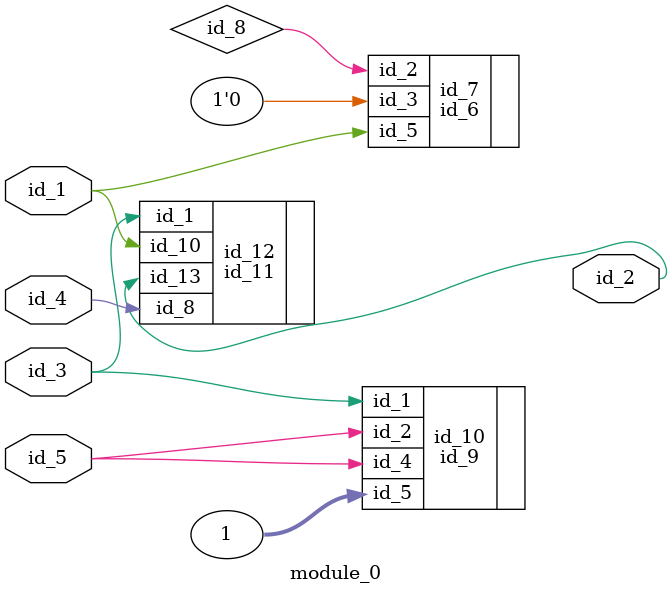
<source format=v>
module module_0 (
    id_1,
    id_2,
    id_3,
    id_4,
    id_5
);
  input id_5;
  input id_4;
  input id_3;
  output id_2;
  input id_1;
  id_6 id_7 (
      .id_5(id_2),
      .id_3(1'b0),
      .id_5(id_4),
      .id_5(id_4),
      .id_5(id_1),
      .id_2(id_8)
  );
  id_9 id_10 (
      .id_4(id_5),
      .id_1(id_3),
      .id_2(id_7),
      .id_2(id_5),
      .id_5(1)
  );
  id_11 id_12 (
      .id_10(id_4),
      .id_13(id_2),
      .id_1 (id_3),
      .id_8 (id_4),
      .id_10(id_1)
  );
endmodule

</source>
